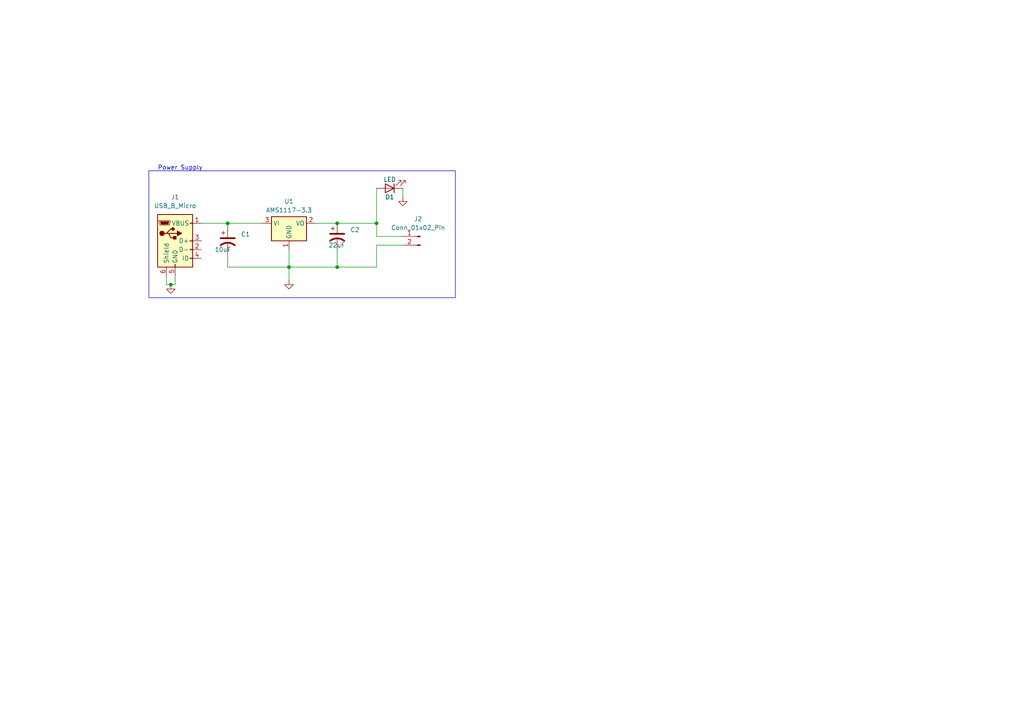
<source format=kicad_sch>
(kicad_sch (version 20230121) (generator eeschema)
  (paper "A4")
  (lib_symbols
    (symbol "Connector:Conn_01x02_Pin" (pin_names (offset 1.016) hide)
      (property "Reference" "J" (at 0 2.54 0))
      (property "Value" "Conn_01x02_Pin" (at 0 -5.08 0))
      (symbol "Conn_01x02_Pin_1_1"
        (polyline (pts (xy 1.27 -2.54) (xy 0.8636 -2.54)) (stroke (width 0.1524)))
        (polyline (pts (xy 1.27 0) (xy 0.8636 0)) (stroke (width 0.1524)))
        (rectangle (start 0.8636 -2.413) (end 0 -2.667) (stroke (width 0.1524)) (fill (type outline)))
        (rectangle (start 0.8636 0.127) (end 0 -0.127) (stroke (width 0.1524)) (fill (type outline)))
        (pin passive line (at 5.08 0 180) (length 3.81) (name "Pin_1") (number "1"))
        (pin passive line (at 5.08 -2.54 180) (length 3.81) (name "Pin_2") (number "2"))
      )
    )
    (symbol "Connector:USB_B_Micro" (pin_names (offset 1.016))
      (property "Reference" "J" (at -5.08 11.43 0))
      (property "Value" "USB_B_Micro" (at -5.08 8.89 0))
      (symbol "USB_B_Micro_0_1"
        (rectangle (start -5.08 -7.62) (end 5.08 7.62) (stroke (width 0.254)) (fill (type background)))
        (circle (center -3.81 2.159) (radius 0.635) (stroke (width 0.254)) (fill (type outline)))
        (circle (center -0.635 3.429) (radius 0.381) (stroke (width 0.254)) (fill (type outline)))
        (rectangle (start -0.127 -7.62) (end 0.127 -6.858))
        (polyline (pts (xy -1.905 2.159) (xy 0.635 2.159)) (stroke (width 0.254)))
        (polyline (pts (xy -3.175 2.159) (xy -2.54 2.159) (xy -1.27 3.429) (xy -0.635 3.429)) (stroke (width 0.254)))
        (polyline (pts (xy -2.54 2.159) (xy -1.905 2.159) (xy -1.27 0.889) (xy 0 0.889)) (stroke (width 0.254)))
        (polyline (pts (xy 0.635 2.794) (xy 0.635 1.524) (xy 1.905 2.159) (xy 0.635 2.794)) (stroke (width 0.254)) (fill (type outline)))
        (polyline (pts (xy -4.318 5.588) (xy -1.778 5.588) (xy -2.032 4.826) (xy -4.064 4.826) (xy -4.318 5.588)) (fill (type outline)))
        (polyline (pts (xy -4.699 5.842) (xy -4.699 5.588) (xy -4.445 4.826) (xy -4.445 4.572) (xy -1.651 4.572) (xy -1.651 4.826) (xy -1.397 5.588) (xy -1.397 5.842) (xy -4.699 5.842)))
        (rectangle (start 0.254 1.27) (end -0.508 0.508) (stroke (width 0.254)) (fill (type outline)))
        (rectangle (start 5.08 -5.207) (end 4.318 -4.953))
        (rectangle (start 5.08 -2.667) (end 4.318 -2.413))
        (rectangle (start 5.08 -0.127) (end 4.318 0.127))
        (rectangle (start 5.08 4.953) (end 4.318 5.207))
      )
      (symbol "USB_B_Micro_1_1"
        (pin power_out line (at 7.62 5.08 180) (length 2.54) (name "VBUS") (number "1"))
        (pin bidirectional line (at 7.62 -2.54 180) (length 2.54) (name "D-") (number "2"))
        (pin bidirectional line (at 7.62 0 180) (length 2.54) (name "D+") (number "3"))
        (pin passive line (at 7.62 -5.08 180) (length 2.54) (name "ID") (number "4"))
        (pin power_out line (at 0 -10.16 90) (length 2.54) (name "GND") (number "5"))
        (pin passive line (at -2.54 -10.16 90) (length 2.54) (name "Shield") (number "6"))
      )
    )
    (symbol "Device:C_Polarized_US" (pin_numbers hide) (pin_names (offset 0.254) hide)
      (property "Reference" "C" (at 0.635 2.54 0))
      (property "Value" "C_Polarized_US" (at 0.635 -2.54 0))
      (symbol "C_Polarized_US_0_1"
        (polyline (pts (xy -2.032 0.762) (xy 2.032 0.762)) (stroke (width 0.508)))
        (polyline (pts (xy -1.778 2.286) (xy -0.762 2.286)))
        (polyline (pts (xy -1.27 1.778) (xy -1.27 2.794)))
        (arc (start 2.032 -1.27) (mid 0 -0.5572) (end -2.032 -1.27) (stroke (width 0.508)))
      )
      (symbol "C_Polarized_US_1_1"
        (pin passive line (at 0 3.81 270) (length 2.794) (name "~") (number "1"))
        (pin passive line (at 0 -3.81 90) (length 3.302) (name "~") (number "2"))
      )
    )
    (symbol "Device:LED" (pin_numbers hide) (pin_names (offset 1.016) hide)
      (property "Reference" "D" (at 0 2.54 0))
      (property "Value" "LED" (at 0 -2.54 0))
      (symbol "LED_0_1"
        (polyline (pts (xy -1.27 -1.27) (xy -1.27 1.27)) (stroke (width 0.254)))
        (polyline (pts (xy -1.27 0) (xy 1.27 0)))
        (polyline (pts (xy 1.27 -1.27) (xy 1.27 1.27) (xy -1.27 0) (xy 1.27 -1.27)) (stroke (width 0.254)))
        (polyline (pts (xy -3.048 -0.762) (xy -4.572 -2.286) (xy -3.81 -2.286) (xy -4.572 -2.286) (xy -4.572 -1.524)))
        (polyline (pts (xy -1.778 -0.762) (xy -3.302 -2.286) (xy -2.54 -2.286) (xy -3.302 -2.286) (xy -3.302 -1.524)))
      )
      (symbol "LED_1_1"
        (pin passive line (at -3.81 0 0) (length 2.54) (name "K") (number "1"))
        (pin passive line (at 3.81 0 180) (length 2.54) (name "A") (number "2"))
      )
    )
    (symbol "Regulator_Linear:AMS1117-3.3"
      (property "Reference" "U" (at -3.81 3.175 0))
      (property "Value" "AMS1117-3.3" (at 0 3.175 0))
      (symbol "AMS1117-3.3_0_1"
        (rectangle (start -5.08 -5.08) (end 5.08 1.905) (stroke (width 0.254)) (fill (type background)))
      )
      (symbol "AMS1117-3.3_1_1"
        (pin power_in line (at 0 -7.62 90) (length 2.54) (name "GND") (number "1"))
        (pin power_out line (at 7.62 0 180) (length 2.54) (name "VO") (number "2"))
        (pin power_in line (at -7.62 0 0) (length 2.54) (name "VI") (number "3"))
      )
    )
    (symbol "power:GND" (power) (pin_names (offset 0))
      (property "Value" "GND" (at 0 -3.81 0))
      (symbol "GND_0_1"
        (polyline (pts (xy 0 0) (xy 0 -1.27) (xy 1.27 -1.27) (xy 0 -2.54) (xy -1.27 -1.27) (xy 0 -1.27)))
      )
      (symbol "GND_1_1"
        (pin power_in line (at 0 0 270) (length 0) hide (name "GND") (number "1"))
      )
    )
  )
  (junction (at 97.79 77.47))
  (junction (at 83.82 77.47))
  (junction (at 109.22 64.77))
  (junction (at 97.79 64.77))
  (junction (at 66.04 64.77))
  (junction (at 49.53 82.55))
  (wire (pts (xy 97.79 77.47) (xy 97.79 72.39)))
  (wire (pts (xy 58.42 64.77) (xy 66.04 64.77)))
  (wire (pts (xy 66.04 64.77) (xy 76.2 64.77)))
  (wire (pts (xy 83.82 81.28) (xy 83.82 77.47)))
  (wire (pts (xy 109.22 71.12) (xy 109.22 77.47)))
  (wire (pts (xy 66.04 64.77) (xy 66.04 66.04)))
  (wire (pts (xy 116.84 57.15) (xy 116.84 54.61)))
  (wire (pts (xy 48.26 80.01) (xy 48.26 82.55)))
  (wire (pts (xy 116.84 71.12) (xy 109.22 71.12)))
  (wire (pts (xy 48.26 82.55) (xy 49.53 82.55)))
  (polyline (pts (xy 132.08 49.53) (xy 132.08 86.36)))
  (polyline (pts (xy 43.18 49.53) (xy 132.08 49.53)))
  (wire (pts (xy 109.22 68.58) (xy 109.22 64.77)))
  (wire (pts (xy 66.04 77.47) (xy 83.82 77.47)))
  (wire (pts (xy 109.22 77.47) (xy 97.79 77.47)))
  (wire (pts (xy 50.8 80.01) (xy 50.8 82.55)))
  (wire (pts (xy 109.22 54.61) (xy 109.22 64.77)))
  (wire (pts (xy 116.84 68.58) (xy 109.22 68.58)))
  (wire (pts (xy 91.44 64.77) (xy 97.79 64.77)))
  (polyline (pts (xy 132.08 86.36) (xy 43.18 86.36)))
  (wire (pts (xy 49.53 82.55) (xy 50.8 82.55)))
  (wire (pts (xy 83.82 72.39) (xy 83.82 77.47)))
  (wire (pts (xy 83.82 77.47) (xy 97.79 77.47)))
  (wire (pts (xy 97.79 64.77) (xy 109.22 64.77)))
  (wire (pts (xy 66.04 73.66) (xy 66.04 77.47)))
  (polyline (pts (xy 43.18 49.53) (xy 43.18 86.36)))
  (text "Power Supply" (at 45.72 49.53 0) (effects (font (size 1.27 1.27)) (justify left bottom)))
  (symbol (lib_id "Connector:USB_B_Micro") (at 50.8 69.85 0) (unit 1)
    (property "Reference" "J1" (at 50.8 57.15 0))
    (property "Value" "USB_B_Micro" (at 50.8 59.69 0))
    (property "Footprint" "Connector_USB:USB_Micro-AB_Molex_47590-0001" (effects hide))
  )
  (symbol (lib_id "Regulator_Linear:AMS1117-3.3") (at 83.82 64.77 0) (unit 1)
    (property "Reference" "U1" (at 83.82 58.42 0))
    (property "Value" "AMS1117-3.3" (at 83.82 60.96 0))
    (property "Footprint" "Package_TO_SOT_SMD:SOT-223-3_TabPin2" (effects hide))
    (property "Datasheet" "http://www.advanced-monolithic.com/pdf/ds1117.pdf" (effects hide))
  )
  (symbol (lib_id "Device:C_Polarized_US") (at 66.04 69.85 0) (unit 1)
    (property "Reference" "C1" (at 69.85 67.945 0) (effects (justify left)))
    (property "Value" "10uF" (at 62.23 72.39 0) (effects (justify left)))
    (property "Footprint" "Capacitor_THT:CP_Radial_D6.3mm_P2.50mm" (effects hide))
  )
  (symbol (lib_id "Connector:Conn_01x02_Pin") (at 121.92 68.58 0) (mirror y) (unit 1)
    (property "Reference" "J2" (at 121.285 63.5 0))
    (property "Value" "Conn_01x02_Pin" (at 121.285 66.04 0))
    (property "Footprint" "Connector_PinHeader_2.54mm:PinHeader_1x02_P2.54mm_Vertical" (effects hide))
  )
  (symbol (lib_id "Device:C_Polarized_US") (at 97.79 68.58 0) (unit 1)
    (property "Reference" "C2" (at 101.6 66.675 0) (effects (justify left)))
    (property "Value" "22uF" (at 95.25 71.12 0) (effects (justify left)))
    (property "Footprint" "Capacitor_THT:CP_Radial_D10.0mm_P5.00mm" (effects hide))
  )
  (symbol (lib_id "power:GND") (at 116.84 57.15 0) (unit 1)
    (property "Reference" "#PWR03" (effects hide))
    (property "Value" "GND" (effects hide))
  )
  (symbol (lib_id "Device:LED") (at 113.03 54.61 180) (unit 1)
    (property "Reference" "D1" (at 113.03 57.15 0))
    (property "Value" "LED" (at 113.03 52.07 0))
    (property "Footprint" "LED_SMD:LED_0402_1005Metric_Pad0.77x0.64mm_HandSolder" (effects hide))
  )
  (symbol (lib_id "power:GND") (at 83.82 81.28 0) (unit 1)
    (property "Reference" "#PWR01" (effects hide))
    (property "Value" "GND" (effects hide))
  )
  (symbol (lib_id "power:GND") (at 49.53 82.55 0) (unit 1)
    (property "Reference" "#PWR02" (effects hide))
    (property "Value" "GND" (effects hide))
  )
)
</source>
